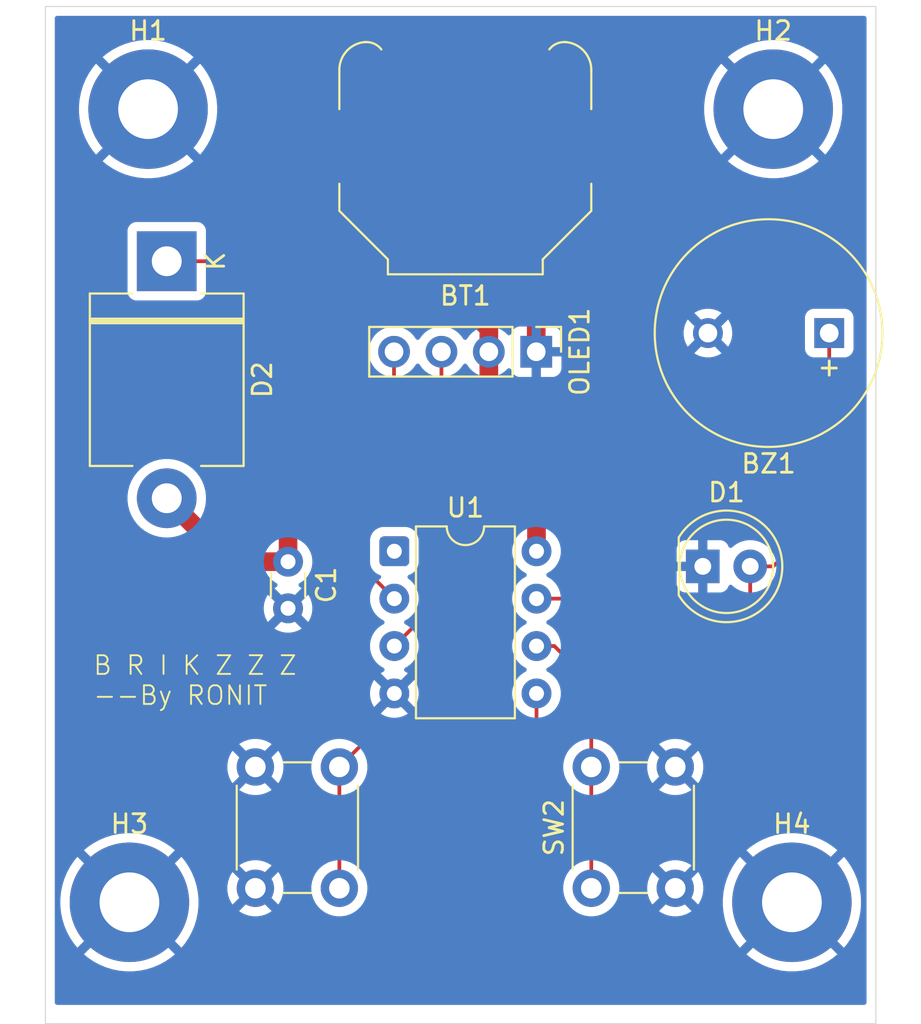
<source format=kicad_pcb>
(kicad_pcb (version 20241229) (generator "pcbnew") (generator_version "9.0")
  (layers (0 "F.Cu" signal) (2 "B.Cu" signal) (13 "F.Paste" user) (15 "B.Paste" user) (5 "F.SilkS" user "F.Silkscreen") (7 "B.SilkS" user "B.Silkscreen") (1 "F.Mask" user) (3 "B.Mask" user) (25 "Edge.Cuts" user))
  (net 0 "")
  (net 1 "Net-(BT1-+)")
  (net 2 "GND")
  (net 3 "Net-(BZ1-+)")
  (net 4 "+3.3V")
  (net 5 "/SDA")
  (net 6 "/SCL")
  (net 7 "Net-(U1-AREF{slash}PB0)")
  (net 8 "Net-(U1-PB2)")
  (footprint "MountingHole:MountingHole_3.2mm_M3_Pad" (layer "F.Cu") (at 145.5 119.5)
    (property "Reference" "H3" (at 0 -4.2 0) (layer "F.SilkS"))
    (property "Value" "MountingHole_Pad")
    (pad "1" thru_hole circle (at 0 0) (size 6.4 6.4) (drill 3.2) (layers "*.Cu" "*.Mask") (net 2 "GND"))
  )
  (footprint "Button_Switch_THT:SW_PUSH_6mm" (layer "F.Cu") (at 156.75 112.25 -90)
    (property "Reference" "SW1" (hide yes))
    (property "Value" "SW_Push")
    (fp_line (start 1 5.5) (end 5.5 5.5) (stroke (width 0.12)) (layer "F.SilkS"))
    (fp_line (start 6.75 3) (end 6.75 1.5) (stroke (width 0.12)) (layer "F.SilkS"))
    (fp_line (start -0.25 1.5) (end -0.25 3) (stroke (width 0.12)) (layer "F.SilkS"))
    (fp_line (start 5.5 -1) (end 1 -1) (stroke (width 0.12)) (layer "F.SilkS"))
    (pad "1" thru_hole circle (at 0 0) (size 2 2) (drill 1.1) (layers "*.Cu" "*.Mask") (net 7 "Net-(U1-AREF{slash}PB0)"))
    (pad "1" thru_hole circle (at 6.5 0) (size 2 2) (drill 1.1) (layers "*.Cu" "*.Mask") (net 7 "Net-(U1-AREF{slash}PB0)"))
    (pad "2" thru_hole circle (at 0 4.5) (size 2 2) (drill 1.1) (layers "*.Cu" "*.Mask") (net 2 "GND"))
    (pad "2" thru_hole circle (at 6.5 4.5) (size 2 2) (drill 1.1) (layers "*.Cu" "*.Mask") (net 2 "GND"))
  )
  (footprint "MountingHole:MountingHole_3.2mm_M3_Pad" (layer "F.Cu") (at 146.5 77)
    (property "Reference" "H1" (at 0 -4.2 0) (layer "F.SilkS"))
    (property "Value" "MountingHole_Pad")
    (pad "1" thru_hole circle (at 0 0) (size 6.4 6.4) (drill 3.2) (layers "*.Cu" "*.Mask") (net 2 "GND"))
  )
  (footprint "Connector_PinHeader_2.54mm:PinHeader_1x04_P2.54mm_Vertical" (layer "F.Cu") (at 167.3 90 -90)
    (property "Reference" "OLED1" (at 0 -2.33 90) (layer "F.SilkS"))
    (property "Value" "~")
    (fp_line (start -1.33 8.95) (end 1.33 8.95) (stroke (width 0.12)) (layer "F.SilkS"))
    (fp_line (start -1.33 1.27) (end -1.33 8.95) (stroke (width 0.12)) (layer "F.SilkS"))
    (fp_line (start -1.33 1.27) (end 1.33 1.27) (stroke (width 0.12)) (layer "F.SilkS"))
    (fp_line (start 1.33 1.27) (end 1.33 8.95) (stroke (width 0.12)) (layer "F.SilkS"))
    (fp_line (start -1.33 0) (end -1.33 -1.33) (stroke (width 0.12)) (layer "F.SilkS"))
    (fp_line (start -1.33 -1.33) (end 0 -1.33) (stroke (width 0.12)) (layer "F.SilkS"))
    (pad "1" thru_hole rect (at 0 0 270) (size 1.7 1.7) (drill 1) (layers "*.Cu" "*.Mask") (net 2 "GND"))
    (pad "2" thru_hole oval (at 0 2.54 270) (size 1.7 1.7) (drill 1) (layers "*.Cu" "*.Mask") (net 4 "+3.3V"))
    (pad "3" thru_hole oval (at 0 5.08 270) (size 1.7 1.7) (drill 1) (layers "*.Cu" "*.Mask") (net 6 "/SCL"))
    (pad "4" thru_hole oval (at 0 7.62 270) (size 1.7 1.7) (drill 1) (layers "*.Cu" "*.Mask") (net 5 "/SDA"))
  )
  (footprint "Package_DIP:DIP-8_W7.62mm" (layer "F.Cu") (at 159.695 100.69)
    (property "Reference" "U1" (at 3.81 -2.33 0) (layer "F.SilkS"))
    (property "Value" "ATtiny85-20P")
    (fp_line (start 1.16 -1.33) (end 1.16 8.95) (stroke (width 0.12)) (layer "F.SilkS"))
    (fp_line (start 1.16 8.95) (end 6.46 8.95) (stroke (width 0.12)) (layer "F.SilkS"))
    (fp_line (start 2.81 -1.33) (end 1.16 -1.33) (stroke (width 0.12)) (layer "F.SilkS"))
    (fp_line (start 6.46 -1.33) (end 4.81 -1.33) (stroke (width 0.12)) (layer "F.SilkS"))
    (fp_line (start 6.46 8.95) (end 6.46 -1.33) (stroke (width 0.12)) (layer "F.SilkS"))
    (fp_arc (start 4.81 -1.33) (mid 3.81 -0.33) (end 2.81 -1.33) (stroke (width 0.12)) (layer "F.SilkS"))
    (pad "1" thru_hole roundrect (at 0 0) (size 1.6 1.6) (drill 0.8) (layers "*.Cu" "*.Mask") (roundrect_rratio 0.15625))
    (pad "2" thru_hole circle (at 0 2.54) (size 1.6 1.6) (drill 0.8) (layers "*.Cu" "*.Mask") (net 5 "/SDA"))
    (pad "3" thru_hole circle (at 0 5.08) (size 1.6 1.6) (drill 0.8) (layers "*.Cu" "*.Mask") (net 6 "/SCL"))
    (pad "4" thru_hole circle (at 0 7.62) (size 1.6 1.6) (drill 0.8) (layers "*.Cu" "*.Mask") (net 2 "GND"))
    (pad "5" thru_hole circle (at 7.62 7.62) (size 1.6 1.6) (drill 0.8) (layers "*.Cu" "*.Mask") (net 7 "Net-(U1-AREF{slash}PB0)"))
    (pad "6" thru_hole circle (at 7.62 5.08) (size 1.6 1.6) (drill 0.8) (layers "*.Cu" "*.Mask") (net 3 "Net-(BZ1-+)"))
    (pad "7" thru_hole circle (at 7.62 2.54) (size 1.6 1.6) (drill 0.8) (layers "*.Cu" "*.Mask") (net 8 "Net-(U1-PB2)"))
    (pad "8" thru_hole circle (at 7.62 0) (size 1.6 1.6) (drill 0.8) (layers "*.Cu" "*.Mask") (net 4 "+3.3V"))
  )
  (footprint "Capacitor_THT:C_Disc_D3.0mm_W1.6mm_P2.50mm" (layer "F.Cu") (at 154 101.25 -90)
    (property "Reference" "C1" (at 1.25 -2.05 90) (layer "F.SilkS"))
    (property "Value" "C_Small")
    (fp_line (start 0.621 0.92) (end 1.879 0.92) (stroke (width 0.12)) (layer "F.SilkS"))
    (fp_line (start 0.621 -0.92) (end 1.879 -0.92) (stroke (width 0.12)) (layer "F.SilkS"))
    (pad "1" thru_hole circle (at 0 0 270) (size 1.6 1.6) (drill 0.8) (layers "*.Cu" "*.Mask") (net 4 "+3.3V"))
    (pad "2" thru_hole circle (at 2.5 0 270) (size 1.6 1.6) (drill 0.8) (layers "*.Cu" "*.Mask") (net 2 "GND"))
  )
  (footprint "Diode_THT:D_5KPW_P12.70mm_Horizontal" (layer "F.Cu") (at 147.5 85.15 -90)
    (property "Reference" "D2" (at 6.35 -5.12 90) (layer "F.SilkS"))
    (property "Value" "D_Schottky_Small")
    (fp_line (start 1.73 4.12) (end 10.97 4.12) (stroke (width 0.12)) (layer "F.SilkS"))
    (fp_line (start 10.97 4.12) (end 10.97 1.84) (stroke (width 0.12)) (layer "F.SilkS"))
    (fp_line (start 1.73 1.84) (end 1.73 4.12) (stroke (width 0.12)) (layer "F.SilkS"))
    (fp_line (start 1.73 -1.84) (end 1.73 -4.12) (stroke (width 0.12)) (layer "F.SilkS"))
    (fp_line (start 1.73 -4.12) (end 10.97 -4.12) (stroke (width 0.12)) (layer "F.SilkS"))
    (fp_line (start 3.08 -4.12) (end 3.08 4.12) (stroke (width 0.12)) (layer "F.SilkS"))
    (fp_line (start 3.2 -4.12) (end 3.2 4.12) (stroke (width 0.12)) (layer "F.SilkS"))
    (fp_line (start 3.32 -4.12) (end 3.32 4.12) (stroke (width 0.12)) (layer "F.SilkS"))
    (fp_line (start 10.97 -4.12) (end 10.97 -1.84) (stroke (width 0.12)) (layer "F.SilkS"))
    (fp_text user "K" (at 0 -2.6 90) (layer "F.SilkS"))
    (pad "1" thru_hole rect (at 0 0 270) (size 3.2 3.2) (drill 1.6) (layers "*.Cu" "*.Mask") (net 1 "Net-(BT1-+)"))
    (pad "2" thru_hole oval (at 12.7 0 270) (size 3.2 3.2) (drill 1.6) (layers "*.Cu" "*.Mask") (net 4 "+3.3V"))
  )
  (footprint "Battery:BatteryHolder_Keystone_3000_1x12mm" (layer "F.Cu") (at 163.5 79 180)
    (property "Reference" "BT1" (at 0 -8 0) (layer "F.SilkS"))
    (property "Value" "Battery_Cell")
    (fp_line (start 6.75 2) (end 6.75 4.1) (stroke (width 0.12)) (layer "F.SilkS"))
    (fp_line (start 6.75 -3.45) (end 6.75 -2) (stroke (width 0.12)) (layer "F.SilkS"))
    (fp_line (start 4.15 -6.05) (end 6.75 -3.45) (stroke (width 0.12)) (layer "F.SilkS"))
    (fp_line (start 4.15 -6.85) (end 4.15 -6.05) (stroke (width 0.12)) (layer "F.SilkS"))
    (fp_line (start -4.15 -6.05) (end -4.15 -6.85) (stroke (width 0.12)) (layer "F.SilkS"))
    (fp_line (start -4.15 -6.85) (end 4.15 -6.85) (stroke (width 0.12)) (layer "F.SilkS"))
    (fp_line (start -6.75 2) (end -6.75 4.1) (stroke (width 0.12)) (layer "F.SilkS"))
    (fp_line (start -6.75 -2) (end -6.75 -3.45) (stroke (width 0.12)) (layer "F.SilkS"))
    (fp_line (start -6.75 -3.45) (end -4.15 -6.05) (stroke (width 0.12)) (layer "F.SilkS"))
    (fp_arc (start 6.75 4.05) (mid 6.346016 5.125305) (end 5.3 5.6) (stroke (width 0.12)) (layer "F.SilkS"))
    (fp_arc (start 5.414615 5.58416) (mid 4.90584 5.514615) (end 4.5 5.2) (stroke (width 0.12)) (layer "F.SilkS"))
    (fp_arc (start -4.5 5.2) (mid -4.90584 5.514615) (end -5.414615 5.58416) (stroke (width 0.12)) (layer "F.SilkS"))
    (fp_arc (start -5.3 5.6) (mid -6.346016 5.125305) (end -6.75 4.05) (stroke (width 0.12)) (layer "F.SilkS"))
    (pad "1" smd rect (at -7.9 0 180) (size 3.5 3.3) (layers "F.Cu" "F.Mask" "F.Paste") (net 1 "Net-(BT1-+)"))
    (pad "1" smd rect (at 7.9 0 180) (size 3.5 3.3) (layers "F.Cu" "F.Mask" "F.Paste") (net 1 "Net-(BT1-+)"))
    (pad "2" smd circle (at 0 0 180) (size 10.2 10.2) (layers "F.Cu" "F.Mask") (net 2 "GND"))
  )
  (footprint "LED_THT:LED_D5.0mm" (layer "F.Cu") (at 176.225 101.5)
    (property "Reference" "D1" (at 1.27 -3.96 0) (layer "F.SilkS"))
    (property "Value" "LED")
    (fp_line (start -1.29 -1.545) (end -1.29 1.545) (stroke (width 0.12)) (layer "F.SilkS"))
    (fp_arc (start -1.29 -1.54483) (mid 2.071756 -2.880501) (end 4.26 -0.000048) (stroke (width 0.12)) (layer "F.SilkS"))
    (fp_arc (start 4.26 0.000048) (mid 2.071756 2.880501) (end -1.29 1.54483) (stroke (width 0.12)) (layer "F.SilkS"))
    (fp_circle (center 1.27 0) (end 3.77 0) (stroke (width 0.12)) (fill no) (layer "F.SilkS"))
    (pad "1" thru_hole rect (at 0 0) (size 1.8 1.8) (drill 0.9) (layers "*.Cu" "*.Mask") (net 2 "GND"))
    (pad "2" thru_hole circle (at 2.54 0) (size 1.8 1.8) (drill 0.9) (layers "*.Cu" "*.Mask") (net 3 "Net-(BZ1-+)"))
  )
  (footprint "MountingHole:MountingHole_3.2mm_M3_Pad" (layer "F.Cu") (at 180 77)
    (property "Reference" "H2" (at 0 -4.2 0) (layer "F.SilkS"))
    (property "Value" "MountingHole_Pad")
    (pad "1" thru_hole circle (at 0 0) (size 6.4 6.4) (drill 3.2) (layers "*.Cu" "*.Mask") (net 2 "GND"))
  )
  (footprint "Buzzer_Beeper:MagneticBuzzer_ProSignal_ABT-410-RC" (layer "F.Cu") (at 183 89 180)
    (property "Reference" "BZ1" (at 3.25 -7 0) (layer "F.SilkS"))
    (property "Value" "Buzzer")
    (fp_circle (center 3.25 0) (end 9.35 0) (stroke (width 0.12)) (fill no) (layer "F.SilkS"))
    (fp_text user "+" (at 0 -1.8 0) (layer "F.SilkS"))
    (pad "1" thru_hole rect (at 0 0 180) (size 1.6 1.6) (drill 1) (layers "*.Cu" "*.Mask") (net 3 "Net-(BZ1-+)"))
    (pad "2" thru_hole circle (at 6.5 0 180) (size 1.6 1.6) (drill 1) (layers "*.Cu" "*.Mask") (net 2 "GND"))
  )
  (footprint "Button_Switch_THT:SW_PUSH_6mm" (layer "F.Cu") (at 170.25 118.75 90)
    (property "Reference" "SW2" (at 3.25 -2 90) (layer "F.SilkS"))
    (property "Value" "SW_Push")
    (fp_line (start 5.5 -1) (end 1 -1) (stroke (width 0.12)) (layer "F.SilkS"))
    (fp_line (start -0.25 1.5) (end -0.25 3) (stroke (width 0.12)) (layer "F.SilkS"))
    (fp_line (start 6.75 3) (end 6.75 1.5) (stroke (width 0.12)) (layer "F.SilkS"))
    (fp_line (start 1 5.5) (end 5.5 5.5) (stroke (width 0.12)) (layer "F.SilkS"))
    (pad "1" thru_hole circle (at 0 0 180) (size 2 2) (drill 1.1) (layers "*.Cu" "*.Mask") (net 8 "Net-(U1-PB2)"))
    (pad "1" thru_hole circle (at 6.5 0 180) (size 2 2) (drill 1.1) (layers "*.Cu" "*.Mask") (net 8 "Net-(U1-PB2)"))
    (pad "2" thru_hole circle (at 0 4.5 180) (size 2 2) (drill 1.1) (layers "*.Cu" "*.Mask") (net 2 "GND"))
    (pad "2" thru_hole circle (at 6.5 4.5 180) (size 2 2) (drill 1.1) (layers "*.Cu" "*.Mask") (net 2 "GND"))
  )
  (footprint "MountingHole:MountingHole_3.2mm_M3_Pad" (layer "F.Cu") (at 181 119.5)
    (property "Reference" "H4" (at 0 -4.2 0) (layer "F.SilkS"))
    (property "Value" "MountingHole_Pad")
    (pad "1" thru_hole circle (at 0 0) (size 6.4 6.4) (drill 3.2) (layers "*.Cu" "*.Mask") (net 2 "GND"))
  )
  (gr_rect (start 141 71.5) (end 185.5 126) (stroke (width 0.05)) (fill no) (layer "Edge.Cuts"))
  (gr_text "B R I K Z Z Z\n--By RONIT\n" (at 143.5 109 0) (layer "F.SilkS") (effects (font (size 1 1) (thickness 0.1)) (justify left bottom)))
  (segment (start 167.5 73) (end 171.4 76.9) (width 0.2) (layer "F.Cu") (net 1))
  (segment (start 155.6 79) (end 155.6 77.4) (width 0.2) (layer "F.Cu") (net 1))
  (segment (start 155.6 77.4) (end 160 73) (width 0.2) (layer "F.Cu") (net 1))
  (segment (start 171.4 76.9) (end 171.4 79) (width 0.2) (layer "F.Cu") (net 1))
  (segment (start 160 73) (end 167.5 73) (width 0.2) (layer "F.Cu") (net 1))
  (segment (start 155.6 82.9) (end 153.35 85.15) (width 0.2) (layer "F.Cu") (net 1))
  (segment (start 147.85 85.5) (end 147.5 85.15) (width 0.2) (layer "F.Cu") (net 1))
  (segment (start 153.35 85.15) (end 147.5 85.15) (width 0.2) (layer "F.Cu") (net 1))
  (segment (start 155.6 79) (end 155.6 82.9) (width 0.2) (layer "F.Cu") (net 1))
  (segment (start 167.3 90) (end 167.3 82.8) (width 1) (layer "F.Cu") (net 2))
  (segment (start 167.3 82.8) (end 163.5 79) (width 1) (layer "F.Cu") (net 2))
  (segment (start 168 110.5) (end 168 121.5) (width 0.2) (layer "F.Cu") (net 3))
  (segment (start 175.5 121.5) (end 177 120) (width 0.2) (layer "F.Cu") (net 3))
  (segment (start 168 121.5) (end 175.5 121.5) (width 0.2) (layer "F.Cu") (net 3))
  (segment (start 168.27 105.77) (end 169.5 107) (width 0.2) (layer "F.Cu") (net 3))
  (segment (start 169.5 107) (end 169.5 109) (width 0.2) (layer "F.Cu") (net 3))
  (segment (start 178.765 112.235) (end 178.765 101.5) (width 0.2) (layer "F.Cu") (net 3))
  (segment (start 183 98.5) (end 180 101.5) (width 0.2) (layer "F.Cu") (net 3))
  (segment (start 167.315 105.77) (end 168.27 105.77) (width 0.2) (layer "F.Cu") (net 3))
  (segment (start 177 114) (end 178.765 112.235) (width 0.2) (layer "F.Cu") (net 3))
  (segment (start 183 89) (end 183 98.5) (width 0.2) (layer "F.Cu") (net 3))
  (segment (start 169.5 109) (end 168 110.5) (width 0.2) (layer "F.Cu") (net 3))
  (segment (start 177 120) (end 177 114) (width 0.2) (layer "F.Cu") (net 3))
  (segment (start 180 101.5) (end 178.765 101.5) (width 0.2) (layer "F.Cu") (net 3))
  (segment (start 154 89.5) (end 154 101.25) (width 1) (layer "F.Cu") (net 4))
  (segment (start 156 87.5) (end 154 89.5) (width 1) (layer "F.Cu") (net 4))
  (segment (start 164.76 95.26) (end 167.315 97.815) (width 1) (layer "F.Cu") (net 4))
  (segment (start 163.5 87.5) (end 156 87.5) (width 1) (layer "F.Cu") (net 4))
  (segment (start 150.9 101.25) (end 154 101.25) (width 1) (layer "F.Cu") (net 4))
  (segment (start 164.76 88.76) (end 163.5 87.5) (width 1) (layer "F.Cu") (net 4))
  (segment (start 164.76 90) (end 164.76 95.26) (width 1) (layer "F.Cu") (net 4))
  (segment (start 167.315 97.815) (end 167.315 100.69) (width 1) (layer "F.Cu") (net 4))
  (segment (start 147.5 97.85) (end 150.9 101.25) (width 1) (layer "F.Cu") (net 4))
  (segment (start 164.76 90) (end 164.76 88.76) (width 1) (layer "F.Cu") (net 4))
  (segment (start 157.5 101.035) (end 157.5 98) (width 0.2) (layer "F.Cu") (net 5))
  (segment (start 159.695 103.23) (end 157.5 101.035) (width 0.2) (layer "F.Cu") (net 5))
  (segment (start 157.5 98) (end 159.68 95.82) (width 0.2) (layer "F.Cu") (net 5))
  (segment (start 159.68 95.82) (end 159.68 90) (width 0.2) (layer "F.Cu") (net 5))
  (segment (start 162.22 103.245) (end 162.22 90) (width 0.2) (layer "F.Cu") (net 6))
  (segment (start 159.695 105.77) (end 162.22 103.245) (width 0.2) (layer "F.Cu") (net 6))
  (segment (start 156.75 112.25) (end 156.75 118.75) (width 0.2) (layer "F.Cu") (net 7))
  (segment (start 167.315 109.685) (end 166.5 110.5) (width 0.2) (layer "F.Cu") (net 7))
  (segment (start 166.5 110.5) (end 158.5 110.5) (width 0.2) (layer "F.Cu") (net 7))
  (segment (start 158.5 110.5) (end 156.75 112.25) (width 0.2) (layer "F.Cu") (net 7))
  (segment (start 167.315 108.31) (end 167.315 109.685) (width 0.2) (layer "F.Cu") (net 7))
  (segment (start 170.25 112.25) (end 170.25 118.75) (width 0.2) (layer "F.Cu") (net 8))
  (segment (start 167.315 103.23) (end 168.73 103.23) (width 0.2) (layer "F.Cu") (net 8))
  (segment (start 170.25 104.75) (end 170.25 112.25) (width 0.2) (layer "F.Cu") (net 8))
  (segment (start 168.73 103.23) (end 170.25 104.75) (width 0.2) (layer "F.Cu") (net 8))
  (zone (net 2) (net_name "GND") (layer "B.Cu") (connect_pads (clearance 0.5)) (min_thickness 0.25) (fill yes (thermal_gap 0.5) (thermal_bridge_width 0.5))
    (polygon (pts (xy 141.5 72) (xy 185 72) (xy 185 125) (xy 141.5 125)))
  )
)
</source>
